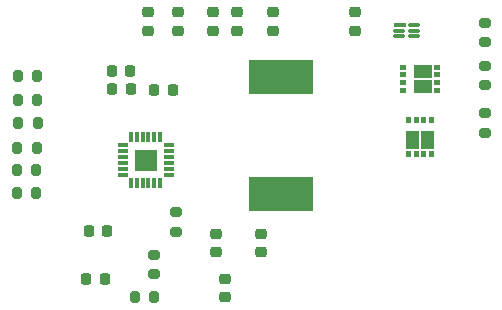
<source format=gbr>
%TF.GenerationSoftware,KiCad,Pcbnew,9.0.2*%
%TF.CreationDate,2025-07-03T13:44:50+05:30*%
%TF.ProjectId,Battery Charger and Protection,42617474-6572-4792-9043-686172676572,rev?*%
%TF.SameCoordinates,Original*%
%TF.FileFunction,Paste,Top*%
%TF.FilePolarity,Positive*%
%FSLAX46Y46*%
G04 Gerber Fmt 4.6, Leading zero omitted, Abs format (unit mm)*
G04 Created by KiCad (PCBNEW 9.0.2) date 2025-07-03 13:44:50*
%MOMM*%
%LPD*%
G01*
G04 APERTURE LIST*
G04 Aperture macros list*
%AMRoundRect*
0 Rectangle with rounded corners*
0 $1 Rounding radius*
0 $2 $3 $4 $5 $6 $7 $8 $9 X,Y pos of 4 corners*
0 Add a 4 corners polygon primitive as box body*
4,1,4,$2,$3,$4,$5,$6,$7,$8,$9,$2,$3,0*
0 Add four circle primitives for the rounded corners*
1,1,$1+$1,$2,$3*
1,1,$1+$1,$4,$5*
1,1,$1+$1,$6,$7*
1,1,$1+$1,$8,$9*
0 Add four rect primitives between the rounded corners*
20,1,$1+$1,$2,$3,$4,$5,0*
20,1,$1+$1,$4,$5,$6,$7,0*
20,1,$1+$1,$6,$7,$8,$9,0*
20,1,$1+$1,$8,$9,$2,$3,0*%
G04 Aperture macros list end*
%ADD10C,0.010000*%
%ADD11RoundRect,0.225000X0.250000X-0.225000X0.250000X0.225000X-0.250000X0.225000X-0.250000X-0.225000X0*%
%ADD12RoundRect,0.200000X0.275000X-0.200000X0.275000X0.200000X-0.275000X0.200000X-0.275000X-0.200000X0*%
%ADD13RoundRect,0.225000X-0.225000X-0.250000X0.225000X-0.250000X0.225000X0.250000X-0.225000X0.250000X0*%
%ADD14RoundRect,0.200000X-0.200000X-0.275000X0.200000X-0.275000X0.200000X0.275000X-0.200000X0.275000X0*%
%ADD15RoundRect,0.200000X-0.275000X0.200000X-0.275000X-0.200000X0.275000X-0.200000X0.275000X0.200000X0*%
%ADD16RoundRect,0.225000X0.225000X0.250000X-0.225000X0.250000X-0.225000X-0.250000X0.225000X-0.250000X0*%
%ADD17RoundRect,0.032500X-0.412500X-0.097500X0.412500X-0.097500X0.412500X0.097500X-0.412500X0.097500X0*%
%ADD18RoundRect,0.032500X-0.097500X-0.412500X0.097500X-0.412500X0.097500X0.412500X-0.097500X0.412500X0*%
%ADD19RoundRect,0.225000X-0.250000X0.225000X-0.250000X-0.225000X0.250000X-0.225000X0.250000X0.225000X0*%
%ADD20RoundRect,0.033750X-0.476250X-0.101250X0.476250X-0.101250X0.476250X0.101250X-0.476250X0.101250X0*%
%ADD21RoundRect,0.033750X-0.436250X-0.101250X0.436250X-0.101250X0.436250X0.101250X-0.436250X0.101250X0*%
%ADD22RoundRect,0.218750X-0.218750X-0.256250X0.218750X-0.256250X0.218750X0.256250X-0.218750X0.256250X0*%
%ADD23RoundRect,0.200000X0.200000X0.275000X-0.200000X0.275000X-0.200000X-0.275000X0.200000X-0.275000X0*%
%ADD24R,5.400000X2.900000*%
G04 APERTURE END LIST*
D10*
%TO.C,U200*%
X61104000Y-59799000D02*
X59396000Y-59799000D01*
X59396000Y-58091000D01*
X61104000Y-58091000D01*
X61104000Y-59799000D01*
G36*
X61104000Y-59799000D02*
G01*
X59396000Y-59799000D01*
X59396000Y-58091000D01*
X61104000Y-58091000D01*
X61104000Y-59799000D01*
G37*
%TO.C,Q2*%
X82650000Y-55765000D02*
X82310000Y-55765000D01*
X82310000Y-55315000D01*
X82650000Y-55315000D01*
X82650000Y-55765000D01*
G36*
X82650000Y-55765000D02*
G01*
X82310000Y-55765000D01*
X82310000Y-55315000D01*
X82650000Y-55315000D01*
X82650000Y-55765000D01*
G37*
X82650000Y-58635000D02*
X82310000Y-58635000D01*
X82310000Y-58185000D01*
X82650000Y-58185000D01*
X82650000Y-58635000D01*
G36*
X82650000Y-58635000D02*
G01*
X82310000Y-58635000D01*
X82310000Y-58185000D01*
X82650000Y-58185000D01*
X82650000Y-58635000D01*
G37*
X83300000Y-55765000D02*
X82960000Y-55765000D01*
X82960000Y-55315000D01*
X83300000Y-55315000D01*
X83300000Y-55765000D01*
G36*
X83300000Y-55765000D02*
G01*
X82960000Y-55765000D01*
X82960000Y-55315000D01*
X83300000Y-55315000D01*
X83300000Y-55765000D01*
G37*
X83300000Y-58635000D02*
X82960000Y-58635000D01*
X82960000Y-58185000D01*
X83300000Y-58185000D01*
X83300000Y-58635000D01*
G36*
X83300000Y-58635000D02*
G01*
X82960000Y-58635000D01*
X82960000Y-58185000D01*
X83300000Y-58185000D01*
X83300000Y-58635000D01*
G37*
X83330000Y-57960000D02*
X82310000Y-57960000D01*
X82310000Y-56515000D01*
X83330000Y-56515000D01*
X83330000Y-57960000D01*
G36*
X83330000Y-57960000D02*
G01*
X82310000Y-57960000D01*
X82310000Y-56515000D01*
X83330000Y-56515000D01*
X83330000Y-57960000D01*
G37*
X83950000Y-55765000D02*
X83610000Y-55765000D01*
X83610000Y-55315000D01*
X83950000Y-55315000D01*
X83950000Y-55765000D01*
G36*
X83950000Y-55765000D02*
G01*
X83610000Y-55765000D01*
X83610000Y-55315000D01*
X83950000Y-55315000D01*
X83950000Y-55765000D01*
G37*
X83950000Y-58635000D02*
X83610000Y-58635000D01*
X83610000Y-58185000D01*
X83950000Y-58185000D01*
X83950000Y-58635000D01*
G36*
X83950000Y-58635000D02*
G01*
X83610000Y-58635000D01*
X83610000Y-58185000D01*
X83950000Y-58185000D01*
X83950000Y-58635000D01*
G37*
X84600000Y-55765000D02*
X84260000Y-55765000D01*
X84260000Y-55315000D01*
X84600000Y-55315000D01*
X84600000Y-55765000D01*
G36*
X84600000Y-55765000D02*
G01*
X84260000Y-55765000D01*
X84260000Y-55315000D01*
X84600000Y-55315000D01*
X84600000Y-55765000D01*
G37*
X84600000Y-57960000D02*
X83580000Y-57960000D01*
X83580000Y-56515000D01*
X84600000Y-56515000D01*
X84600000Y-57960000D01*
G36*
X84600000Y-57960000D02*
G01*
X83580000Y-57960000D01*
X83580000Y-56515000D01*
X84600000Y-56515000D01*
X84600000Y-57960000D01*
G37*
X84600000Y-58635000D02*
X84260000Y-58635000D01*
X84260000Y-58185000D01*
X84600000Y-58185000D01*
X84600000Y-58635000D01*
G36*
X84600000Y-58635000D02*
G01*
X84260000Y-58635000D01*
X84260000Y-58185000D01*
X84600000Y-58185000D01*
X84600000Y-58635000D01*
G37*
%TO.C,Q1*%
X82245000Y-51220000D02*
X81795000Y-51220000D01*
X81795000Y-50880000D01*
X82245000Y-50880000D01*
X82245000Y-51220000D01*
G36*
X82245000Y-51220000D02*
G01*
X81795000Y-51220000D01*
X81795000Y-50880000D01*
X82245000Y-50880000D01*
X82245000Y-51220000D01*
G37*
X82245000Y-51870000D02*
X81795000Y-51870000D01*
X81795000Y-51530000D01*
X82245000Y-51530000D01*
X82245000Y-51870000D01*
G36*
X82245000Y-51870000D02*
G01*
X81795000Y-51870000D01*
X81795000Y-51530000D01*
X82245000Y-51530000D01*
X82245000Y-51870000D01*
G37*
X82245000Y-52520000D02*
X81795000Y-52520000D01*
X81795000Y-52180000D01*
X82245000Y-52180000D01*
X82245000Y-52520000D01*
G36*
X82245000Y-52520000D02*
G01*
X81795000Y-52520000D01*
X81795000Y-52180000D01*
X82245000Y-52180000D01*
X82245000Y-52520000D01*
G37*
X82245000Y-53170000D02*
X81795000Y-53170000D01*
X81795000Y-52830000D01*
X82245000Y-52830000D01*
X82245000Y-53170000D01*
G36*
X82245000Y-53170000D02*
G01*
X81795000Y-53170000D01*
X81795000Y-52830000D01*
X82245000Y-52830000D01*
X82245000Y-53170000D01*
G37*
X84440000Y-51900000D02*
X82995000Y-51900000D01*
X82995000Y-50880000D01*
X84440000Y-50880000D01*
X84440000Y-51900000D01*
G36*
X84440000Y-51900000D02*
G01*
X82995000Y-51900000D01*
X82995000Y-50880000D01*
X84440000Y-50880000D01*
X84440000Y-51900000D01*
G37*
X84440000Y-53170000D02*
X82995000Y-53170000D01*
X82995000Y-52150000D01*
X84440000Y-52150000D01*
X84440000Y-53170000D01*
G36*
X84440000Y-53170000D02*
G01*
X82995000Y-53170000D01*
X82995000Y-52150000D01*
X84440000Y-52150000D01*
X84440000Y-53170000D01*
G37*
X85115000Y-51220000D02*
X84665000Y-51220000D01*
X84665000Y-50880000D01*
X85115000Y-50880000D01*
X85115000Y-51220000D01*
G36*
X85115000Y-51220000D02*
G01*
X84665000Y-51220000D01*
X84665000Y-50880000D01*
X85115000Y-50880000D01*
X85115000Y-51220000D01*
G37*
X85115000Y-51870000D02*
X84665000Y-51870000D01*
X84665000Y-51530000D01*
X85115000Y-51530000D01*
X85115000Y-51870000D01*
G36*
X85115000Y-51870000D02*
G01*
X84665000Y-51870000D01*
X84665000Y-51530000D01*
X85115000Y-51530000D01*
X85115000Y-51870000D01*
G37*
X85115000Y-52520000D02*
X84665000Y-52520000D01*
X84665000Y-52180000D01*
X85115000Y-52180000D01*
X85115000Y-52520000D01*
G36*
X85115000Y-52520000D02*
G01*
X84665000Y-52520000D01*
X84665000Y-52180000D01*
X85115000Y-52180000D01*
X85115000Y-52520000D01*
G37*
X85115000Y-53170000D02*
X84665000Y-53170000D01*
X84665000Y-52830000D01*
X85115000Y-52830000D01*
X85115000Y-53170000D01*
G36*
X85115000Y-53170000D02*
G01*
X84665000Y-53170000D01*
X84665000Y-52830000D01*
X85115000Y-52830000D01*
X85115000Y-53170000D01*
G37*
%TD*%
D11*
%TO.C,C206*%
X70000000Y-66775000D03*
X70000000Y-65225000D03*
%TD*%
D12*
%TO.C,R204*%
X62860000Y-65035000D03*
X62860000Y-63385000D03*
%TD*%
%TO.C,R202*%
X61000000Y-68650000D03*
X61000000Y-67000000D03*
%TD*%
D13*
%TO.C,C207*%
X57389278Y-51464141D03*
X58939278Y-51464141D03*
%TD*%
D14*
%TO.C,R203*%
X49434116Y-51838595D03*
X51084116Y-51838595D03*
%TD*%
D15*
%TO.C,R209*%
X89000000Y-47350000D03*
X89000000Y-49000000D03*
%TD*%
D11*
%TO.C,C205*%
X66225000Y-66775000D03*
X66225000Y-65225000D03*
%TD*%
%TO.C,C209*%
X67000000Y-70550000D03*
X67000000Y-69000000D03*
%TD*%
D15*
%TO.C,R211*%
X89000000Y-55000000D03*
X89000000Y-56650000D03*
%TD*%
D16*
%TO.C,C208*%
X58996887Y-52985536D03*
X57446887Y-52985536D03*
%TD*%
D14*
%TO.C,R201*%
X49434116Y-53838595D03*
X51084116Y-53838595D03*
%TD*%
%TO.C,R206*%
X49384010Y-57905946D03*
X51034010Y-57905946D03*
%TD*%
D17*
%TO.C,U200*%
X58305000Y-57695000D03*
X58305000Y-58195000D03*
X58305000Y-58695000D03*
X58305000Y-59195000D03*
X58305000Y-59695000D03*
X58305000Y-60195000D03*
D18*
X59000000Y-60890000D03*
X59500000Y-60890000D03*
X60000000Y-60890000D03*
X60500000Y-60890000D03*
X61000000Y-60890000D03*
X61500000Y-60890000D03*
D17*
X62195000Y-60195000D03*
X62195000Y-59695000D03*
X62195000Y-59195000D03*
X62195000Y-58695000D03*
X62195000Y-58195000D03*
X62195000Y-57695000D03*
D18*
X61500000Y-57000000D03*
X61000000Y-57000000D03*
X60500000Y-57000000D03*
X60000000Y-57000000D03*
X59500000Y-57000000D03*
X59000000Y-57000000D03*
%TD*%
D12*
%TO.C,R210*%
X89000000Y-52650000D03*
X89000000Y-51000000D03*
%TD*%
D11*
%TO.C,C201*%
X62980000Y-48000000D03*
X62980000Y-46450000D03*
%TD*%
D19*
%TO.C,C210*%
X78000000Y-46450000D03*
X78000000Y-48000000D03*
%TD*%
D11*
%TO.C,C203*%
X68000000Y-48000000D03*
X68000000Y-46450000D03*
%TD*%
D20*
%TO.C,U2*%
X81780000Y-47500000D03*
D21*
X81740000Y-48000000D03*
X81740000Y-48500000D03*
X83000000Y-48500000D03*
X83000000Y-48000000D03*
X83000000Y-47500000D03*
%TD*%
D14*
%TO.C,R208*%
X49342089Y-61754104D03*
X50992089Y-61754104D03*
%TD*%
D22*
%TO.C,D202*%
X55212500Y-69000000D03*
X56787500Y-69000000D03*
%TD*%
D14*
%TO.C,R207*%
X49353315Y-59832228D03*
X51003315Y-59832228D03*
%TD*%
D11*
%TO.C,C200*%
X60470000Y-48000000D03*
X60470000Y-46450000D03*
%TD*%
%TO.C,C202*%
X66000000Y-48000000D03*
X66000000Y-46450000D03*
%TD*%
D14*
%TO.C,R200*%
X49457161Y-55838595D03*
X51107161Y-55838595D03*
%TD*%
D23*
%TO.C,R205*%
X60989051Y-70556827D03*
X59339051Y-70556827D03*
%TD*%
D11*
%TO.C,C204*%
X71000000Y-48000000D03*
X71000000Y-46450000D03*
%TD*%
D24*
%TO.C,L200*%
X71760000Y-51970000D03*
X71760000Y-61870000D03*
%TD*%
D22*
%TO.C,D201*%
X55425000Y-65000000D03*
X57000000Y-65000000D03*
%TD*%
%TO.C,D200*%
X61000000Y-53000000D03*
X62575000Y-53000000D03*
%TD*%
M02*

</source>
